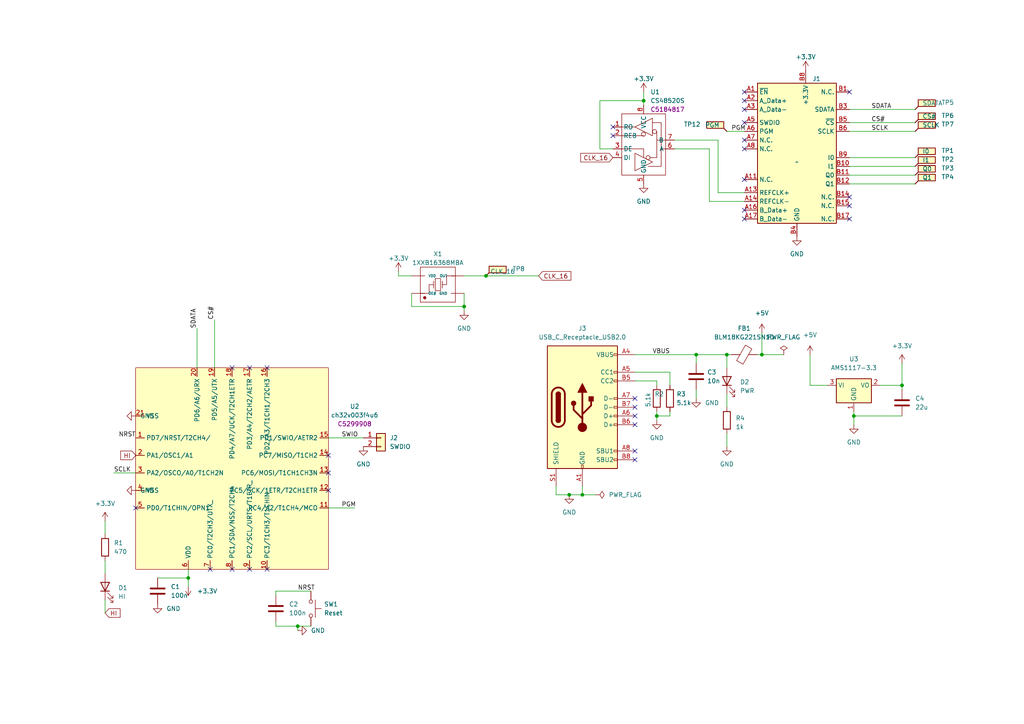
<source format=kicad_sch>
(kicad_sch (version 20230121) (generator eeschema)
  (paper "A4")
  (lib_symbols
    (symbol "Connector:TestPoint_Flag" (pin_numbers hide) (pin_names (offset 0.762) hide)
      (property "Reference" "TP" (at 3.429 1.778 0))
      (property "Value" "TestPoint_Flag" (at 3.302 4.191 0))
      (symbol "TestPoint_Flag_0_1"
        (polyline (pts (xy 0 0) (xy 0.889 0.889)) (stroke (width 0.254)))
        (rectangle (start 0.889 2.794) (end 5.842 0.889) (stroke (width 0.254)) (fill (type background)))
      )
      (symbol "TestPoint_Flag_1_1"
        (pin passive line (at 0 0 90) (length 0) (name "1") (number "1"))
      )
    )
    (symbol "Connector:USB_C_Receptacle_USB2.0" (pin_names (offset 1.016))
      (property "Reference" "J" (at -10.16 19.05 0))
      (property "Value" "USB_C_Receptacle_USB2.0" (at 19.05 19.05 0))
      (symbol "USB_C_Receptacle_USB2.0_0_0"
        (rectangle (start -0.254 -17.78) (end 0.254 -16.764))
        (rectangle (start 10.16 -14.986) (end 9.144 -15.494))
        (rectangle (start 10.16 -12.446) (end 9.144 -12.954))
        (rectangle (start 10.16 -4.826) (end 9.144 -5.334))
        (rectangle (start 10.16 -2.286) (end 9.144 -2.794))
        (rectangle (start 10.16 0.254) (end 9.144 -0.254))
        (rectangle (start 10.16 2.794) (end 9.144 2.286))
        (rectangle (start 10.16 7.874) (end 9.144 7.366))
        (rectangle (start 10.16 10.414) (end 9.144 9.906))
        (rectangle (start 10.16 15.494) (end 9.144 14.986))
      )
      (symbol "USB_C_Receptacle_USB2.0_0_1"
        (rectangle (start -10.16 17.78) (end 10.16 -17.78) (stroke (width 0.254)) (fill (type background)))
        (arc (start -8.89 -3.81) (mid -6.985 -5.7067) (end -5.08 -3.81) (stroke (width 0.508)))
        (arc (start -7.62 -3.81) (mid -6.985 -4.4423) (end -6.35 -3.81) (stroke (width 0.254)))
        (arc (start -7.62 -3.81) (mid -6.985 -4.4423) (end -6.35 -3.81) (stroke (width 0.254)) (fill (type outline)))
        (rectangle (start -7.62 -3.81) (end -6.35 3.81) (stroke (width 0.254)) (fill (type outline)))
        (arc (start -6.35 3.81) (mid -6.985 4.4423) (end -7.62 3.81) (stroke (width 0.254)))
        (arc (start -6.35 3.81) (mid -6.985 4.4423) (end -7.62 3.81) (stroke (width 0.254)) (fill (type outline)))
        (arc (start -5.08 3.81) (mid -6.985 5.7067) (end -8.89 3.81) (stroke (width 0.508)))
        (circle (center -2.54 1.143) (radius 0.635) (stroke (width 0.254)) (fill (type outline)))
        (circle (center 0 -5.842) (radius 1.27) (fill (type outline)))
        (polyline (pts (xy -8.89 -3.81) (xy -8.89 3.81)) (stroke (width 0.508)))
        (polyline (pts (xy -5.08 3.81) (xy -5.08 -3.81)) (stroke (width 0.508)))
        (polyline (pts (xy 0 -5.842) (xy 0 4.318)) (stroke (width 0.508)))
        (polyline (pts (xy 0 -3.302) (xy -2.54 -0.762) (xy -2.54 0.508)) (stroke (width 0.508)))
        (polyline (pts (xy 0 -2.032) (xy 2.54 0.508) (xy 2.54 1.778)) (stroke (width 0.508)))
        (polyline (pts (xy -1.27 4.318) (xy 0 6.858) (xy 1.27 4.318) (xy -1.27 4.318)) (stroke (width 0.254)) (fill (type outline)))
        (rectangle (start 1.905 1.778) (end 3.175 3.048) (stroke (width 0.254)) (fill (type outline)))
      )
      (symbol "USB_C_Receptacle_USB2.0_1_1"
        (pin passive line (at 0 -22.86 90) (length 5.08) (name "GND") (number "A1"))
        (pin passive line (at 0 -22.86 90) (length 5.08) hide (name "GND") (number "A12"))
        (pin passive line (at 15.24 15.24 180) (length 5.08) (name "VBUS") (number "A4"))
        (pin bidirectional line (at 15.24 10.16 180) (length 5.08) (name "CC1") (number "A5"))
        (pin bidirectional line (at 15.24 -2.54 180) (length 5.08) (name "D+") (number "A6"))
        (pin bidirectional line (at 15.24 2.54 180) (length 5.08) (name "D-") (number "A7"))
        (pin bidirectional line (at 15.24 -12.7 180) (length 5.08) (name "SBU1") (number "A8"))
        (pin passive line (at 15.24 15.24 180) (length 5.08) hide (name "VBUS") (number "A9"))
        (pin passive line (at 0 -22.86 90) (length 5.08) hide (name "GND") (number "B1"))
        (pin passive line (at 0 -22.86 90) (length 5.08) hide (name "GND") (number "B12"))
        (pin passive line (at 15.24 15.24 180) (length 5.08) hide (name "VBUS") (number "B4"))
        (pin bidirectional line (at 15.24 7.62 180) (length 5.08) (name "CC2") (number "B5"))
        (pin bidirectional line (at 15.24 -5.08 180) (length 5.08) (name "D+") (number "B6"))
        (pin bidirectional line (at 15.24 0 180) (length 5.08) (name "D-") (number "B7"))
        (pin bidirectional line (at 15.24 -15.24 180) (length 5.08) (name "SBU2") (number "B8"))
        (pin passive line (at 15.24 15.24 180) (length 5.08) hide (name "VBUS") (number "B9"))
        (pin passive line (at -7.62 -22.86 90) (length 5.08) (name "SHIELD") (number "S1"))
      )
    )
    (symbol "Connector_Generic:Conn_01x02" (pin_names (offset 1.016) hide)
      (property "Reference" "J" (at 0 2.54 0))
      (property "Value" "Conn_01x02" (at 0 -5.08 0))
      (symbol "Conn_01x02_1_1"
        (rectangle (start -1.27 -2.413) (end 0 -2.667) (stroke (width 0.1524)))
        (rectangle (start -1.27 0.127) (end 0 -0.127) (stroke (width 0.1524)))
        (rectangle (start -1.27 1.27) (end 1.27 -3.81) (stroke (width 0.254)) (fill (type background)))
        (pin passive line (at -5.08 0 0) (length 3.81) (name "Pin_1") (number "1"))
        (pin passive line (at -5.08 -2.54 0) (length 3.81) (name "Pin_2") (number "2"))
      )
    )
    (symbol "Device:C" (pin_numbers hide) (pin_names (offset 0.254))
      (property "Reference" "C" (at 0.635 2.54 0))
      (property "Value" "C" (at 0.635 -2.54 0))
      (symbol "C_0_1"
        (polyline (pts (xy -2.032 -0.762) (xy 2.032 -0.762)) (stroke (width 0.508)))
        (polyline (pts (xy -2.032 0.762) (xy 2.032 0.762)) (stroke (width 0.508)))
      )
      (symbol "C_1_1"
        (pin passive line (at 0 3.81 270) (length 2.794) (name "~") (number "1"))
        (pin passive line (at 0 -3.81 90) (length 2.794) (name "~") (number "2"))
      )
    )
    (symbol "Device:FerriteBead" (pin_numbers hide) (pin_names (offset 0))
      (property "Reference" "FB" (at -3.81 0.635 90))
      (property "Value" "FerriteBead" (at 3.81 0 90))
      (symbol "FerriteBead_0_1"
        (polyline (pts (xy 0 -1.27) (xy 0 -1.2192)))
        (polyline (pts (xy 0 1.27) (xy 0 1.2954)))
        (polyline (pts (xy -2.7686 0.4064) (xy -1.7018 2.2606) (xy 2.7686 -0.3048) (xy 1.6764 -2.159) (xy -2.7686 0.4064)))
      )
      (symbol "FerriteBead_1_1"
        (pin passive line (at 0 3.81 270) (length 2.54) (name "~") (number "1"))
        (pin passive line (at 0 -3.81 90) (length 2.54) (name "~") (number "2"))
      )
    )
    (symbol "Device:LED" (pin_numbers hide) (pin_names (offset 1.016) hide)
      (property "Reference" "D" (at 0 2.54 0))
      (property "Value" "LED" (at 0 -2.54 0))
      (symbol "LED_0_1"
        (polyline (pts (xy -1.27 -1.27) (xy -1.27 1.27)) (stroke (width 0.254)))
        (polyline (pts (xy -1.27 0) (xy 1.27 0)))
        (polyline (pts (xy 1.27 -1.27) (xy 1.27 1.27) (xy -1.27 0) (xy 1.27 -1.27)) (stroke (width 0.254)))
        (polyline (pts (xy -3.048 -0.762) (xy -4.572 -2.286) (xy -3.81 -2.286) (xy -4.572 -2.286) (xy -4.572 -1.524)))
        (polyline (pts (xy -1.778 -0.762) (xy -3.302 -2.286) (xy -2.54 -2.286) (xy -3.302 -2.286) (xy -3.302 -1.524)))
      )
      (symbol "LED_1_1"
        (pin passive line (at -3.81 0 0) (length 2.54) (name "K") (number "1"))
        (pin passive line (at 3.81 0 180) (length 2.54) (name "A") (number "2"))
      )
    )
    (symbol "Device:R" (pin_numbers hide) (pin_names (offset 0))
      (property "Reference" "R" (at 2.032 0 90))
      (property "Value" "R" (at 0 0 90))
      (symbol "R_0_1"
        (rectangle (start -1.016 -2.54) (end 1.016 2.54) (stroke (width 0.254)))
      )
      (symbol "R_1_1"
        (pin passive line (at 0 3.81 270) (length 1.27) (name "~") (number "1"))
        (pin passive line (at 0 -3.81 90) (length 1.27) (name "~") (number "2"))
      )
    )
    (symbol "Regulator_Linear:AMS1117-3.3"
      (property "Reference" "U" (at -3.81 3.175 0))
      (property "Value" "AMS1117-3.3" (at 0 3.175 0))
      (symbol "AMS1117-3.3_0_1"
        (rectangle (start -5.08 -5.08) (end 5.08 1.905) (stroke (width 0.254)) (fill (type background)))
      )
      (symbol "AMS1117-3.3_1_1"
        (pin power_in line (at 0 -7.62 90) (length 2.54) (name "GND") (number "1"))
        (pin power_out line (at 7.62 0 180) (length 2.54) (name "VO") (number "2"))
        (pin power_in line (at -7.62 0 0) (length 2.54) (name "VI") (number "3"))
      )
    )
    (symbol "Switch:SW_Push" (pin_numbers hide) (pin_names (offset 1.016) hide)
      (property "Reference" "SW" (at 1.27 2.54 0))
      (property "Value" "SW_Push" (at 0 -1.524 0))
      (symbol "SW_Push_0_1"
        (circle (center -2.032 0) (radius 0.508))
        (polyline (pts (xy 0 1.27) (xy 0 3.048)))
        (polyline (pts (xy 2.54 1.27) (xy -2.54 1.27)))
        (circle (center 2.032 0) (radius 0.508))
        (pin passive line (at -5.08 0 0) (length 2.54) (name "1") (number "1"))
        (pin passive line (at 5.08 0 180) (length 2.54) (name "2") (number "2"))
      )
    )
    (symbol "baseboard:1XXB16368MBA" (pin_numbers hide) (pin_names (offset 1.016))
      (property "Reference" "X" (at 0 7.62 0))
      (property "Value" "1XXB16368MBA" (at 0 12.7 0))
      (symbol "1XXB16368MBA_1_1"
        (rectangle (start -5.08 5.08) (end 5.08 -5.08) (stroke (width 0.1524)))
        (circle (center -3.81 -3.81) (radius 0.381) (stroke (width 0.1524)) (fill (type outline)))
        (polyline (pts (xy -1.27 -1.016) (xy -1.27 1.016)) (stroke (width 0.1524)))
        (polyline (pts (xy 0.762 -1.778) (xy -0.762 -1.778)) (stroke (width 0.1524)))
        (polyline (pts (xy 1.27 -1.016) (xy 1.27 1.016)) (stroke (width 0.1524)))
        (polyline (pts (xy -5.08 -2.54) (xy -2.54 -2.54) (xy -2.54 0) (xy -1.27 0)) (stroke (width 0.1524)))
        (polyline (pts (xy -0.762 -1.778) (xy -0.762 1.778) (xy 0.762 1.778) (xy 0.762 -1.778)) (stroke (width 0.1524)))
        (polyline (pts (xy 5.08 2.54) (xy 2.54 2.54) (xy 2.54 0) (xy 1.27 0)) (stroke (width 0.1524)))
        (pin input line (at -7.62 -2.54 0) (length 3.81) (name "OE#") (number "1"))
        (pin input line (at 7.62 -2.54 180) (length 3.81) (name "GND") (number "2"))
        (pin input line (at 7.62 2.54 180) (length 3.81) (name "OUT") (number "3"))
        (pin input line (at -7.62 2.54 0) (length 3.81) (name "VDD") (number "4"))
      )
    )
    (symbol "power:+3.3V" (power) (pin_names (offset 0))
      (property "Value" "+3.3V" (at 0 3.556 0))
      (symbol "+3.3V_0_1"
        (polyline (pts (xy -0.762 1.27) (xy 0 2.54)))
        (polyline (pts (xy 0 0) (xy 0 2.54)))
        (polyline (pts (xy 0 2.54) (xy 0.762 1.27)))
      )
      (symbol "+3.3V_1_1"
        (pin power_in line (at 0 0 90) (length 0) hide (name "+3.3V") (number "1"))
      )
    )
    (symbol "power:+5V" (power) (pin_names (offset 0))
      (property "Value" "+5V" (at 0 3.556 0))
      (symbol "+5V_0_1"
        (polyline (pts (xy -0.762 1.27) (xy 0 2.54)))
        (polyline (pts (xy 0 0) (xy 0 2.54)))
        (polyline (pts (xy 0 2.54) (xy 0.762 1.27)))
      )
      (symbol "+5V_1_1"
        (pin power_in line (at 0 0 90) (length 0) hide (name "+5V") (number "1"))
      )
    )
    (symbol "power:GND" (power) (pin_names (offset 0))
      (property "Value" "GND" (at 0 -3.81 0))
      (symbol "GND_0_1"
        (polyline (pts (xy 0 0) (xy 0 -1.27) (xy 1.27 -1.27) (xy 0 -2.54) (xy -1.27 -1.27) (xy 0 -1.27)))
      )
      (symbol "GND_1_1"
        (pin power_in line (at 0 0 270) (length 0) hide (name "GND") (number "1"))
      )
    )
    (symbol "power:PWR_FLAG" (power) (pin_numbers hide) (pin_names (offset 0) hide)
      (property "Value" "PWR_FLAG" (at 0 3.81 0))
      (symbol "PWR_FLAG_0_0"
        (pin power_out line (at 0 0 90) (length 0) (name "pwr") (number "1"))
      )
      (symbol "PWR_FLAG_0_1"
        (polyline (pts (xy 0 0) (xy 0 1.27) (xy -1.016 1.905) (xy 0 2.54) (xy 1.016 1.905) (xy 0 1.27)))
      )
    )
    (symbol "ripple:ch32v003f4u6"
      (property "Reference" "U" (at -11.43 -3.81 0))
      (property "Value" "ch32v003f4u6" (at 19.05 -25.4 0))
      (symbol "ch32v003f4u6_0_1"
        (rectangle (start -27.94 30.48) (end 27.94 -27.94) (fill (type background)))
      )
      (symbol "ch32v003f4u6_1_1"
        (pin bidirectional line (at -27.94 10.16 0) (length 2.54) (name "PD7/NRST/T2CH4/") (number "1"))
        (pin bidirectional line (at 10.16 -27.94 90) (length 2.54) (name "PC3/T1CH3/T1CHIN") (number "10"))
        (pin bidirectional line (at 27.94 -10.16 180) (length 2.54) (name "PC4/A2/T1CH4/MCO") (number "11"))
        (pin bidirectional line (at 27.94 -5.08 180) (length 2.54) (name "PC5/SCK/1ETR/T2CH1ETR") (number "12"))
        (pin bidirectional line (at 27.94 0 180) (length 2.54) (name "PC6/MOSI/T1CH1CH3N") (number "13"))
        (pin bidirectional line (at 27.94 5.08 180) (length 2.54) (name "PC7/MISO/T1CH2") (number "14"))
        (pin bidirectional line (at 27.94 10.16 180) (length 2.54) (name "PD1/SWIO/AETR2") (number "15"))
        (pin bidirectional line (at 10.16 30.48 270) (length 2.54) (name "PD2/A3/T1CH1/T2CH3") (number "16"))
        (pin bidirectional line (at 5.08 30.48 270) (length 2.54) (name "PD3/A4/T2CH2/AETR") (number "17"))
        (pin bidirectional line (at 0 30.48 270) (length 2.54) (name "PD4/A7/UCK/T2CH1ETR") (number "18"))
        (pin bidirectional line (at -5.08 30.48 270) (length 2.54) (name "PD5/A5/UTX") (number "19"))
        (pin bidirectional line (at -27.94 5.08 0) (length 2.54) (name "PA1/OSC1/A1") (number "2"))
        (pin bidirectional line (at -10.16 30.48 270) (length 2.54) (name "PD6/A6/URX") (number "20"))
        (pin power_in line (at -27.94 16.51 0) (length 2.54) (name "VSS") (number "21"))
        (pin bidirectional line (at -27.94 0 0) (length 2.54) (name "PA2/OSCO/A0/T1CH2N") (number "3"))
        (pin power_in line (at -27.94 -5.08 0) (length 2.54) (name "VSS") (number "4"))
        (pin bidirectional line (at -27.94 -10.16 0) (length 2.54) (name "PD0/T1CHIN/OPN1") (number "5"))
        (pin power_in line (at -12.7 -27.94 90) (length 2.54) (name "VDD") (number "6"))
        (pin bidirectional line (at -6.35 -27.94 90) (length 2.54) (name "PC0/T2CH3/UTX_") (number "7"))
        (pin bidirectional line (at 0 -27.94 90) (length 2.54) (name "PC1/SDA/NSS/T2CH4") (number "8"))
        (pin bidirectional line (at 5.08 -27.94 90) (length 2.54) (name "PC2/SCL/URTS/T1ETR_") (number "9"))
      )
    )
    (symbol "tart:CS48520S"
      (property "Reference" "U" (at -3.81 7.62 0))
      (property "Value" "CS48520S" (at 5.08 10.16 0))
      (property "LCSC" "C5184817" (at -7.62 -11.43 0))
      (symbol "CS48520S_0_1"
        (rectangle (start -6.35 8.89) (end 6.35 -8.89))
        (polyline (pts (xy 2.54 -5.08) (xy -2.54 -2.54) (xy -2.54 -7.62) (xy 2.54 -5.08)))
      )
      (symbol "CS48520S_1_1"
        (circle (center -0.0415 2.9931) (radius 0.5843))
        (polyline (pts (xy -6.35 2.54) (xy 0 2.54)))
        (polyline (pts (xy -2.54 5.08) (xy -6.35 5.08)))
        (polyline (pts (xy -6.35 -1.27) (xy 0 -1.27) (xy 0 -3.81)))
        (polyline (pts (xy 3.81 1.27) (xy 3.81 -3.81) (xy 1.8291 -3.8245)))
        (polyline (pts (xy 5.08 -1.27) (xy 5.08 6.35) (xy 2.54 6.35)))
        (polyline (pts (xy 6.35 1.27) (xy 3.81 1.27) (xy 3.81 3.81)))
        (polyline (pts (xy 2.54 7.62) (xy -2.54 5.08) (xy 2.54 2.54) (xy 2.54 7.62)))
        (polyline (pts (xy 6.35 -1.27) (xy 5.08 -1.27) (xy 5.08 -6.35) (xy 1.27 -6.35)))
        (circle (center 1.27 -3.81) (radius 0.5843))
        (circle (center 3.1594 3.7414) (radius 0.5843))
        (pin output line (at -8.89 5.08 0) (length 2.54) (name "RO") (number "1"))
        (pin output line (at -8.89 2.54 0) (length 2.54) (name "REB") (number "2"))
        (pin input line (at -8.89 -1.27 0) (length 2.54) (name "DE") (number "3"))
        (pin input line (at -8.89 -3.81 0) (length 2.54) (name "DI") (number "4"))
        (pin power_in line (at 0 -11.43 90) (length 2.54) (name "GND") (number "5"))
        (pin output line (at 8.89 -1.27 180) (length 2.54) (name "A") (number "6"))
        (pin output line (at 8.89 1.27 180) (length 2.54) (name "B") (number "7"))
        (pin power_in line (at 0 11.43 270) (length 2.54) (name "VCC") (number "8"))
      )
    )
    (symbol "tart:TART-PCIe_Socket"
      (property "Reference" "J" (at 0 0 0))
      (symbol "TART-PCIe_Socket_0_1"
        (rectangle (start -11.43 22.86) (end 11.43 -17.78) (stroke (width 0.254)) (fill (type background)))
      )
      (symbol "TART-PCIe_Socket_1_1"
        (pin passive line (at -15.24 20.32 0) (length 3.81) (name "~{EN}") (number "A1"))
        (pin passive line (at 2.54 26.67 270) (length 3.81) hide (name "+3.3V") (number "A10"))
        (pin input line (at -15.24 -5.08 0) (length 3.81) (name "N.C.") (number "A11"))
        (pin passive line (at 0 -21.59 90) (length 3.81) hide (name "GND") (number "A12"))
        (pin input line (at -15.24 -8.89 0) (length 3.81) (name "REFCLK+") (number "A13"))
        (pin input line (at -15.24 -11.43 0) (length 3.81) (name "REFCLK-") (number "A14"))
        (pin passive line (at 0 -21.59 90) (length 3.81) hide (name "GND") (number "A15"))
        (pin output line (at -15.24 -13.97 0) (length 3.81) (name "B_Data+") (number "A16"))
        (pin output line (at -15.24 -16.51 0) (length 3.81) (name "B_Data-") (number "A17"))
        (pin passive line (at 0 -21.59 90) (length 3.81) hide (name "GND") (number "A18"))
        (pin output line (at -15.24 17.78 0) (length 3.81) (name "A_Data+") (number "A2"))
        (pin output line (at -15.24 15.24 0) (length 3.81) (name "A_Data-") (number "A3"))
        (pin passive line (at 0 -21.59 90) (length 3.81) hide (name "GND") (number "A4"))
        (pin input line (at -15.24 11.43 0) (length 3.81) (name "SWDIO") (number "A5"))
        (pin input line (at -15.24 8.89 0) (length 3.81) (name "PGM") (number "A6"))
        (pin output line (at -15.24 6.35 0) (length 3.81) (name "N.C.") (number "A7"))
        (pin input line (at -15.24 3.81 0) (length 3.81) (name "N.C.") (number "A8"))
        (pin passive line (at 2.54 26.67 270) (length 3.81) hide (name "+3.3V") (number "A9"))
        (pin passive line (at 15.24 20.32 180) (length 3.81) (name "N.C.") (number "B1"))
        (pin passive line (at 15.24 -1.27 180) (length 3.81) (name "I1") (number "B10"))
        (pin open_collector line (at 15.24 -3.81 180) (length 3.81) (name "Q0") (number "B11"))
        (pin passive line (at 15.24 -6.35 180) (length 3.81) (name "Q1") (number "B12"))
        (pin passive line (at 0 -21.59 90) (length 3.81) hide (name "GND") (number "B13"))
        (pin passive line (at 15.24 -10.16 180) (length 3.81) (name "N.C.") (number "B14"))
        (pin passive line (at 15.24 -12.7 180) (length 3.81) (name "N.C.") (number "B15"))
        (pin passive line (at 0 -21.59 90) (length 3.81) hide (name "GND") (number "B16"))
        (pin passive line (at 15.24 -16.51 180) (length 3.81) (name "N.C.") (number "B17"))
        (pin passive line (at 0 -21.59 90) (length 3.81) hide (name "GND") (number "B18"))
        (pin passive line (at 15.24 17.78 180) (length 3.81) hide (name "N.C.") (number "B2"))
        (pin input line (at 15.24 15.24 180) (length 3.81) (name "SDATA") (number "B3"))
        (pin power_in line (at 0 -21.59 90) (length 3.81) (name "GND") (number "B4"))
        (pin input line (at 15.24 11.43 180) (length 3.81) (name "~{CS}") (number "B5"))
        (pin input line (at 15.24 8.89 180) (length 3.81) (name "SCLK") (number "B6"))
        (pin passive line (at 0 -21.59 90) (length 3.81) hide (name "GND") (number "B7"))
        (pin power_in line (at 2.54 26.67 270) (length 3.81) (name "+3.3V") (number "B8"))
        (pin output line (at 15.24 1.27 180) (length 3.81) (name "I0") (number "B9"))
      )
    )
  )
  (junction (at 86.36 181.61))
  (junction (at 165.1 143.51))
  (junction (at 261.62 111.76))
  (junction (at 54.61 167.64))
  (junction (at 134.62 88.9))
  (junction (at 168.91 143.51))
  (junction (at 186.69 29.21))
  (junction (at 201.93 102.87))
  (junction (at 247.65 120.65))
  (junction (at 190.5 120.65))
  (junction (at 220.98 102.87))
  (junction (at 140.97 80.01))
  (junction (at 210.82 102.87))
  (no_connect (at 39.37 147.32))
  (no_connect (at 67.31 106.68))
  (no_connect (at 72.39 106.68))
  (no_connect (at 95.25 137.16))
  (no_connect (at 77.47 165.1))
  (no_connect (at 177.8 36.83))
  (no_connect (at 72.39 165.1))
  (no_connect (at 184.15 130.81))
  (no_connect (at 67.31 165.1))
  (no_connect (at 215.9 43.18))
  (no_connect (at 246.38 63.5))
  (no_connect (at 60.96 165.1))
  (no_connect (at 215.9 63.5))
  (no_connect (at 215.9 60.96))
  (no_connect (at 95.25 132.08))
  (no_connect (at 246.38 59.69))
  (no_connect (at 177.8 39.37))
  (no_connect (at 184.15 118.11))
  (no_connect (at 215.9 29.21))
  (no_connect (at 215.9 31.75))
  (no_connect (at 215.9 26.67))
  (no_connect (at 184.15 133.35))
  (no_connect (at 77.47 106.68))
  (no_connect (at 215.9 52.07))
  (no_connect (at 215.9 40.64))
  (no_connect (at 215.9 35.56))
  (no_connect (at 184.15 123.19))
  (no_connect (at 184.15 115.57))
  (no_connect (at 246.38 26.67))
  (no_connect (at 95.25 142.24))
  (no_connect (at 184.15 120.65))
  (no_connect (at 246.38 57.15))
  (wire (pts (xy 86.36 181.61) (xy 80.01 181.61)))
  (wire (pts (xy 265.43 45.72) (xy 246.38 45.72)))
  (wire (pts (xy 115.57 80.01) (xy 115.57 78.74)))
  (wire (pts (xy 247.65 119.38) (xy 247.65 120.65)))
  (wire (pts (xy 190.5 111.76) (xy 190.5 110.49)))
  (wire (pts (xy 265.43 35.56) (xy 246.38 35.56)))
  (wire (pts (xy 86.36 181.61) (xy 86.36 182.88)))
  (wire (pts (xy 165.1 143.51) (xy 168.91 143.51)))
  (wire (pts (xy 54.61 165.1) (xy 54.61 167.64)))
  (wire (pts (xy 80.01 172.72) (xy 80.01 171.45)))
  (wire (pts (xy 184.15 102.87) (xy 201.93 102.87)))
  (wire (pts (xy 119.38 80.01) (xy 115.57 80.01)))
  (wire (pts (xy 190.5 120.65) (xy 190.5 121.92)))
  (wire (pts (xy 195.58 40.64) (xy 208.28 40.64)))
  (wire (pts (xy 220.98 102.87) (xy 227.33 102.87)))
  (wire (pts (xy 194.31 120.65) (xy 190.5 120.65)))
  (wire (pts (xy 265.43 38.1) (xy 246.38 38.1)))
  (wire (pts (xy 265.43 53.34) (xy 246.38 53.34)))
  (wire (pts (xy 80.01 171.45) (xy 90.17 171.45)))
  (wire (pts (xy 177.8 43.18) (xy 173.99 43.18)))
  (wire (pts (xy 161.29 143.51) (xy 165.1 143.51)))
  (wire (pts (xy 173.99 29.21) (xy 186.69 29.21)))
  (wire (pts (xy 168.91 140.97) (xy 168.91 143.51)))
  (wire (pts (xy 168.91 143.51) (xy 172.72 143.51)))
  (wire (pts (xy 62.23 92.71) (xy 62.23 106.68)))
  (wire (pts (xy 30.48 151.13) (xy 30.48 154.94)))
  (wire (pts (xy 219.71 102.87) (xy 220.98 102.87)))
  (wire (pts (xy 255.27 111.76) (xy 261.62 111.76)))
  (wire (pts (xy 186.69 29.21) (xy 186.69 30.48)))
  (wire (pts (xy 265.43 31.75) (xy 246.38 31.75)))
  (wire (pts (xy 57.15 95.25) (xy 57.15 106.68)))
  (wire (pts (xy 119.38 88.9) (xy 134.62 88.9)))
  (wire (pts (xy 261.62 111.76) (xy 261.62 105.41)))
  (wire (pts (xy 208.28 40.64) (xy 208.28 55.88)))
  (wire (pts (xy 234.95 102.87) (xy 234.95 111.76)))
  (wire (pts (xy 265.43 48.26) (xy 246.38 48.26)))
  (wire (pts (xy 161.29 140.97) (xy 161.29 143.51)))
  (wire (pts (xy 215.9 58.42) (xy 205.74 58.42)))
  (wire (pts (xy 208.28 55.88) (xy 215.9 55.88)))
  (wire (pts (xy 173.99 43.18) (xy 173.99 29.21)))
  (wire (pts (xy 54.61 167.64) (xy 54.61 170.18)))
  (wire (pts (xy 90.17 181.61) (xy 86.36 181.61)))
  (wire (pts (xy 247.65 120.65) (xy 247.65 123.19)))
  (wire (pts (xy 194.31 119.38) (xy 194.31 120.65)))
  (wire (pts (xy 190.5 110.49) (xy 184.15 110.49)))
  (wire (pts (xy 184.15 107.95) (xy 194.31 107.95)))
  (wire (pts (xy 265.43 50.8) (xy 246.38 50.8)))
  (wire (pts (xy 134.62 85.09) (xy 134.62 88.9)))
  (wire (pts (xy 201.93 113.03) (xy 201.93 115.57)))
  (wire (pts (xy 190.5 119.38) (xy 190.5 120.65)))
  (wire (pts (xy 220.98 96.52) (xy 220.98 102.87)))
  (wire (pts (xy 210.82 125.73) (xy 210.82 129.54)))
  (wire (pts (xy 201.93 102.87) (xy 201.93 105.41)))
  (wire (pts (xy 210.82 102.87) (xy 210.82 106.68)))
  (wire (pts (xy 33.02 137.16) (xy 39.37 137.16)))
  (wire (pts (xy 234.95 111.76) (xy 240.03 111.76)))
  (wire (pts (xy 261.62 111.76) (xy 261.62 113.03)))
  (wire (pts (xy 95.25 127) (xy 105.41 127)))
  (wire (pts (xy 194.31 111.76) (xy 194.31 107.95)))
  (wire (pts (xy 156.21 80.01) (xy 140.97 80.01)))
  (wire (pts (xy 134.62 88.9) (xy 134.62 90.17)))
  (wire (pts (xy 210.82 114.3) (xy 210.82 118.11)))
  (wire (pts (xy 30.48 173.99) (xy 30.48 177.8)))
  (wire (pts (xy 210.82 102.87) (xy 212.09 102.87)))
  (wire (pts (xy 80.01 181.61) (xy 80.01 180.34)))
  (wire (pts (xy 45.72 167.64) (xy 54.61 167.64)))
  (wire (pts (xy 30.48 162.56) (xy 30.48 166.37)))
  (wire (pts (xy 210.82 38.1) (xy 215.9 38.1)))
  (wire (pts (xy 140.97 80.01) (xy 134.62 80.01)))
  (wire (pts (xy 95.25 147.32) (xy 102.87 147.32)))
  (wire (pts (xy 186.69 26.67) (xy 186.69 29.21)))
  (wire (pts (xy 205.74 43.18) (xy 195.58 43.18)))
  (wire (pts (xy 119.38 85.09) (xy 119.38 88.9)))
  (wire (pts (xy 247.65 120.65) (xy 261.62 120.65)))
  (wire (pts (xy 205.74 58.42) (xy 205.74 43.18)))
  (wire (pts (xy 201.93 102.87) (xy 210.82 102.87)))
  (label "NRST" (at 39.37 127 180))
  (label "SWIO" (at 99.06 127 0))
  (label "PGM" (at 99.06 147.32 0))
  (label "SDATA" (at 57.15 95.25 90))
  (label "SCLK" (at 33.02 137.16 0))
  (label "SDATA" (at 252.73 31.75 0))
  (label "NRST" (at 86.36 171.45 0))
  (label "CS#" (at 252.73 35.56 0))
  (label "VBUS" (at 189.23 102.87 0))
  (label "CS#" (at 62.23 92.71 90))
  (label "SCLK" (at 252.73 38.1 0))
  (label "PGM" (at 212.09 38.1 0))
  (global_label "CLK_16" (shape input) (at 177.8 45.72 180) (property "Intersheetrefs" "${INTERSHEET_REFS}" (effects hide)))
  (global_label "CLK_16" (shape input) (at 156.21 80.01 0) (property "Intersheetrefs" "${INTERSHEET_REFS}" (effects hide)))
  (global_label "HI" (shape input) (at 30.48 177.8 0) (property "Intersheetrefs" "${INTERSHEET_REFS}" (effects hide)))
  (global_label "HI" (shape input) (at 39.37 132.08 180) (property "Intersheetrefs" "${INTERSHEET_REFS}" (effects hide)))
  (symbol (lib_id "Device:R") (at 190.5 115.57 0) (unit 1)
    (property "Reference" "R2" (at 189.865 114.2999 0) (effects (justify left)))
    (property "Value" "5.1k" (at 187.96 118.11 90) (effects (justify left)))
    (property "Footprint" "Resistor_SMD:R_0603_1608Metric" (effects hide))
    (property "LCSC" "C23186" (effects hide))
  )
  (symbol (lib_id "power:+3.3V") (at 115.57 78.74 0) (unit 1)
    (property "Reference" "#PWR02" (effects hide))
    (property "Value" "+3.3V" (at 115.57 74.93 0))
  )
  (symbol (lib_id "Connector:TestPoint_Flag") (at 265.43 35.56 0) (unit 1)
    (property "Reference" "TP6" (at 273.05 33.528 0) (effects (justify left)))
    (property "Value" "CS#" (at 267.5493 33.7323 0) (effects (justify left)))
    (property "Footprint" "TestPoint:TestPoint_THTPad_D1.0mm_Drill0.5mm" (effects hide))
  )
  (symbol (lib_id "power:+5V") (at 234.95 102.87 0) (unit 1)
    (property "Reference" "#PWR019" (effects hide))
    (property "Value" "+5V" (at 234.95 97.155 0))
  )
  (symbol (lib_id "Device:LED") (at 30.48 170.18 90) (unit 1)
    (property "Reference" "D1" (at 34.29 170.4974 90) (effects (justify right)))
    (property "Value" "HI" (at 34.29 173.0374 90) (effects (justify right)))
    (property "Footprint" "Diode_SMD:D_0603_1608Metric" (effects hide))
    (property "LCSC" "C72043" (effects hide))
  )
  (symbol (lib_id "ripple:ch32v003f4u6") (at 67.31 137.16 0) (unit 1)
    (property "Reference" "U2" (at 102.87 117.8812 0))
    (property "Value" "ch32v003f4u6" (at 102.87 120.4212 0))
    (property "Footprint" "Package_DFN_QFN:QFN-20-1EP_3x3mm_P0.4mm_EP1.65x1.65mm" (effects hide))
    (property "LCSC" "C5299908" (at 102.87 122.9612 0))
  )
  (symbol (lib_id "power:GND") (at 210.82 129.54 0) (unit 1)
    (property "Reference" "#PWR017" (effects hide))
    (property "Value" "GND" (at 210.82 134.62 0))
    (property "JLCPCB" "C2296" (effects hide))
  )
  (symbol (lib_id "baseboard:1XXB16368MBA") (at 127 82.55 0) (unit 1)
    (property "Reference" "X1" (at 127 73.66 0))
    (property "Value" "1XXB16368MBA" (at 127 76.2 0))
    (property "Footprint" "baseboard_library:OSC-SMD_4P-L2.5-W2.0-BL" (effects hide))
    (property "Datasheet" "http://www.szlcsc.com/product/details_214330.html" (effects hide))
    (property "SuppliersPartNumber" "C213423" (effects hide))
  )
  (symbol (lib_id "power:+5V") (at 220.98 96.52 0) (unit 1)
    (property "Reference" "#PWR018" (effects hide))
    (property "Value" "+5V" (at 220.98 90.805 0))
  )
  (symbol (lib_id "Device:R") (at 30.48 158.75 0) (unit 1)
    (property "Reference" "R1" (at 33.02 157.4799 0) (effects (justify left)))
    (property "Value" "470" (at 33.02 160.0199 0) (effects (justify left)))
    (property "Footprint" "Resistor_SMD:R_0402_1005Metric" (effects hide))
    (property "LCSC" "C25900" (effects hide))
  )
  (symbol (lib_id "power:+3.3V") (at 186.69 26.67 0) (unit 1)
    (property "Reference" "#PWR022" (effects hide))
    (property "Value" "+3.3V" (at 186.69 22.86 0))
  )
  (symbol (lib_id "power:GND") (at 190.5 121.92 0) (unit 1)
    (property "Reference" "#PWR015" (effects hide))
    (property "Value" "GND" (at 190.5 127 0))
    (property "JLCPCB" "C2296" (effects hide))
  )
  (symbol (lib_id "Connector:TestPoint_Flag") (at 265.43 31.75 0) (unit 1)
    (property "Reference" "TP5" (at 273.05 29.718 0) (effects (justify left)))
    (property "Value" "SDATA" (at 267.5493 29.9223 0) (effects (justify left)))
    (property "Footprint" "TestPoint:TestPoint_THTPad_D1.0mm_Drill0.5mm" (effects hide))
  )
  (symbol (lib_id "power:GND") (at 39.37 120.65 270) (unit 1)
    (property "Reference" "#PWR08" (effects hide))
    (property "Value" "GND" (at 40.64 120.6499 90) (effects (justify left)))
    (property "JLCPCB" "C2296" (effects hide))
  )
  (symbol (lib_id "Device:C") (at 80.01 176.53 0) (unit 1)
    (property "Reference" "C2" (at 83.82 175.2599 0) (effects (justify left)))
    (property "Value" "100n" (at 83.82 177.7999 0) (effects (justify left)))
    (property "Footprint" "Capacitor_SMD:C_0402_1005Metric" (effects hide))
    (property "LCSC" "C1525" (effects hide))
  )
  (symbol (lib_id "power:GND") (at 231.14 68.58 0) (unit 1)
    (property "Reference" "#PWR05" (effects hide))
    (property "Value" "GND" (at 231.14 73.66 0))
    (property "JLCPCB" "C2296" (effects hide))
  )
  (symbol (lib_id "Switch:SW_Push") (at 90.17 176.53 270) (unit 1)
    (property "Reference" "SW1" (at 93.98 175.2599 90) (effects (justify left)))
    (property "Value" "Reset" (at 93.98 177.7999 90) (effects (justify left)))
    (property "Footprint" "ripple:1TS015A-1800-0600-CT" (effects hide))
    (property "LCSC" "C319436" (effects hide))
  )
  (symbol (lib_id "Device:C") (at 45.72 171.45 0) (unit 1)
    (property "Reference" "C1" (at 49.53 170.1799 0) (effects (justify left)))
    (property "Value" "100n" (at 49.53 172.7199 0) (effects (justify left)))
    (property "Footprint" "Capacitor_SMD:C_0402_1005Metric" (effects hide))
    (property "LCSC" "C1525" (effects hide))
  )
  (symbol (lib_id "Device:LED") (at 210.82 110.49 90) (unit 1)
    (property "Reference" "D2" (at 214.63 110.8074 90) (effects (justify right)))
    (property "Value" "PWR" (at 214.63 113.3474 90) (effects (justify right)))
    (property "Footprint" "Diode_SMD:D_0603_1608Metric" (effects hide))
    (property "LCSC" "C72043" (effects hide))
  )
  (symbol (lib_id "power:GND") (at 45.72 175.26 0) (unit 1)
    (property "Reference" "#PWR010" (effects hide))
    (property "Value" "GND" (at 48.26 176.5299 0) (effects (justify left)))
    (property "JLCPCB" "C2296" (effects hide))
  )
  (symbol (lib_id "Connector:TestPoint_Flag") (at 265.43 45.72 0) (unit 1)
    (property "Reference" "TP1" (at 273.05 43.688 0) (effects (justify left)))
    (property "Value" "I0" (at 267.5493 43.8923 0) (effects (justify left)))
    (property "Footprint" "TestPoint:TestPoint_THTPad_D1.0mm_Drill0.5mm" (effects hide))
  )
  (symbol (lib_id "Device:R") (at 194.31 115.57 0) (unit 1)
    (property "Reference" "R3" (at 196.215 114.2999 0) (effects (justify left)))
    (property "Value" "5.1k" (at 196.215 116.8399 0) (effects (justify left)))
    (property "Footprint" "Resistor_SMD:R_0603_1608Metric" (effects hide))
    (property "LCSC" "C23186" (effects hide))
  )
  (symbol (lib_id "power:GND") (at 247.65 123.19 0) (unit 1)
    (property "Reference" "#PWR020" (effects hide))
    (property "Value" "GND" (at 247.65 128.27 0))
    (property "JLCPCB" "C2296" (effects hide))
  )
  (symbol (lib_id "tart:CS48520S") (at 186.69 41.91 0) (unit 1)
    (property "Reference" "U1" (at 188.6459 26.67 0) (effects (justify left)))
    (property "Value" "CS48520S" (at 188.6459 29.21 0) (effects (justify left)))
    (property "Footprint" "Package_SO:SOIC-8_3.9x4.9mm_P1.27mm" (effects hide))
    (property "Datasheet" "http://e.chipanalog.com/product/cs48520s/" (effects hide))
    (property "LCSC" "C5184817" (at 188.6459 31.75 0) (effects (justify left)))
  )
  (symbol (lib_id "power:GND") (at 186.69 53.34 0) (unit 1)
    (property "Reference" "#PWR04" (effects hide))
    (property "Value" "GND" (at 186.69 58.42 0))
    (property "JLCPCB" "C2296" (effects hide))
  )
  (symbol (lib_id "Device:C") (at 201.93 109.22 0) (unit 1)
    (property "Reference" "C3" (at 205.105 107.9499 0) (effects (justify left)))
    (property "Value" "10n" (at 205.105 110.4899 0) (effects (justify left)))
    (property "Footprint" "Capacitor_SMD:C_0402_1005Metric" (effects hide))
    (property "LCSC" "C15195" (effects hide))
  )
  (symbol (lib_id "power:+3.3V") (at 30.48 151.13 0) (unit 1)
    (property "Reference" "#PWR07" (effects hide))
    (property "Value" "+3.3V" (at 30.48 146.05 0))
  )
  (symbol (lib_id "Connector:TestPoint_Flag") (at 265.43 53.34 0) (unit 1)
    (property "Reference" "TP4" (at 273.05 51.308 0) (effects (justify left)))
    (property "Value" "Q1" (at 267.5493 51.5123 0) (effects (justify left)))
    (property "Footprint" "TestPoint:TestPoint_THTPad_D1.0mm_Drill0.5mm" (effects hide))
  )
  (symbol (lib_id "Connector:TestPoint_Flag") (at 265.43 50.8 0) (unit 1)
    (property "Reference" "TP3" (at 273.05 48.768 0) (effects (justify left)))
    (property "Value" "Q0" (at 267.5493 48.9723 0) (effects (justify left)))
    (property "Footprint" "TestPoint:TestPoint_THTPad_D1.0mm_Drill0.5mm" (effects hide))
  )
  (symbol (lib_id "power:GND") (at 165.1 143.51 0) (unit 1)
    (property "Reference" "#PWR014" (effects hide))
    (property "Value" "GND" (at 165.1 148.59 0))
    (property "JLCPCB" "C2296" (effects hide))
  )
  (symbol (lib_id "power:+3.3V") (at 233.68 20.32 0) (unit 1)
    (property "Reference" "#PWR06" (effects hide))
    (property "Value" "+3.3V" (at 233.68 16.51 0))
  )
  (symbol (lib_id "power:GND") (at 39.37 142.24 270) (unit 1)
    (property "Reference" "#PWR09" (effects hide))
    (property "Value" "GND" (at 40.64 142.2399 90) (effects (justify left)))
    (property "JLCPCB" "C2296" (effects hide))
  )
  (symbol (lib_id "Connector:TestPoint_Flag") (at 265.43 38.1 0) (unit 1)
    (property "Reference" "TP7" (at 273.05 36.068 0) (effects (justify left)))
    (property "Value" "SCLK" (at 267.5493 36.2723 0) (effects (justify left)))
    (property "Footprint" "TestPoint:TestPoint_THTPad_D1.0mm_Drill0.5mm" (effects hide))
  )
  (symbol (lib_id "Device:FerriteBead") (at 215.9 102.87 90) (unit 1)
    (property "Reference" "FB1" (at 215.8492 95.25 90))
    (property "Value" "BLM18KG221SN1D" (at 215.8492 97.79 90))
    (property "Footprint" "Inductor_SMD:L_0603_1608Metric" (effects hide))
    (property "LCSC" "C88980" (effects hide))
  )
  (symbol (lib_id "Regulator_Linear:AMS1117-3.3") (at 247.65 111.76 0) (unit 1)
    (property "Reference" "U3" (at 247.65 104.14 0))
    (property "Value" "AMS1117-3.3" (at 247.65 106.68 0))
    (property "Footprint" "Package_TO_SOT_SMD:SOT-223-3_TabPin2" (effects hide))
    (property "Datasheet" "http://www.advanced-monolithic.com/pdf/ds1117.pdf" (effects hide))
    (property "LCSC" "C6186" (effects hide))
  )
  (symbol (lib_id "power:+3.3V") (at 261.62 105.41 0) (unit 1)
    (property "Reference" "#PWR021" (effects hide))
    (property "Value" "+3.3V" (at 261.62 100.33 0))
  )
  (symbol (lib_id "Connector:TestPoint_Flag") (at 140.97 80.01 0) (unit 1)
    (property "Reference" "TP8" (at 148.59 77.978 0) (effects (justify left)))
    (property "Value" "CLK_16" (at 142.24 78.74 0) (effects (justify left)))
    (property "Footprint" "TestPoint:TestPoint_THTPad_D1.0mm_Drill0.5mm" (effects hide))
  )
  (symbol (lib_id "power:GND") (at 105.41 129.54 0) (unit 1)
    (property "Reference" "#PWR013" (effects hide))
    (property "Value" "GND" (at 105.41 134.62 0))
    (property "JLCPCB" "C2296" (effects hide))
  )
  (symbol (lib_id "Device:C") (at 261.62 116.84 0) (unit 1)
    (property "Reference" "C4" (at 265.43 115.5699 0) (effects (justify left)))
    (property "Value" "22u" (at 265.43 118.1099 0) (effects (justify left)))
    (property "Footprint" "Capacitor_SMD:C_0603_1608Metric" (effects hide))
    (property "LCSC" "C59461" (effects hide))
  )
  (symbol (lib_id "tart:TART-PCIe_Socket") (at 231.14 46.99 0) (unit 1)
    (property "Reference" "J1" (at 235.6359 22.86 0) (effects (justify left)))
    (property "Value" "~" (at 231.14 46.99 0))
    (property "Footprint" "baseboard_library:CONN-TH_36P-P1.00-V_3183-10200P1T" (effects hide))
    (property "LCSC" "C404113" (effects hide))
  )
  (symbol (lib_id "Connector:TestPoint_Flag") (at 210.82 38.1 0) (mirror y) (unit 1)
    (property "Reference" "TP12" (at 203.2 36.068 0) (effects (justify left)))
    (property "Value" "PGM" (at 208.7007 36.2723 0) (effects (justify left)))
    (property "Footprint" "TestPoint:TestPoint_THTPad_D1.0mm_Drill0.5mm" (effects hide))
  )
  (symbol (lib_id "power:+3.3V") (at 54.61 170.18 180) (unit 1)
    (property "Reference" "#PWR011" (effects hide))
    (property "Value" "+3.3V" (at 57.15 171.4499 0) (effects (justify right)))
  )
  (symbol (lib_id "Device:R") (at 210.82 121.92 0) (unit 1)
    (property "Reference" "R4" (at 213.36 121.285 0) (effects (justify left)))
    (property "Value" "1k" (at 213.36 123.825 0) (effects (justify left)))
    (property "Footprint" "Resistor_SMD:R_0402_1005Metric" (effects hide))
  )
  (symbol (lib_id "power:GND") (at 201.93 115.57 0) (unit 1)
    (property "Reference" "#PWR016" (effects hide))
    (property "Value" "GND" (at 204.47 116.8399 0) (effects (justify left)))
    (property "JLCPCB" "C2296" (effects hide))
  )
  (symbol (lib_id "Connector:USB_C_Receptacle_USB2.0") (at 168.91 118.11 0) (unit 1)
    (property "Reference" "J3" (at 168.91 95.25 0))
    (property "Value" "USB_C_Receptacle_USB2.0" (at 168.91 97.79 0))
    (property "Footprint" "ripple:USB_C_Receptacle_ SHOU_HAN_TYPE-C 16PIN 2MD(073)" (effects hide))
    (property "Datasheet" "https://www.usb.org/sites/default/files/documents/usb_type-c.zip" (effects hide))
    (property "LCSC" "C2765186" (effects hide))
  )
  (symbol (lib_id "Connector_Generic:Conn_01x02") (at 110.49 127 0) (unit 1)
    (property "Reference" "J2" (at 113.03 126.9999 0) (effects (justify left)))
    (property "Value" "SWDIO" (at 113.03 129.5399 0) (effects (justify left)))
    (property "Footprint" "Connector_PinHeader_1.27mm:PinHeader_1x02_P1.27mm_Vertical" (effects hide))
  )
  (symbol (lib_id "power:PWR_FLAG") (at 227.33 102.87 0) (unit 1)
    (property "Reference" "#FLG02" (effects hide))
    (property "Value" "PWR_FLAG" (at 227.33 97.79 0))
  )
  (symbol (lib_id "power:GND") (at 86.36 182.88 90) (unit 1)
    (property "Reference" "#PWR012" (effects hide))
    (property "Value" "GND" (at 90.17 182.8799 90) (effects (justify right)))
    (property "JLCPCB" "C2296" (effects hide))
  )
  (symbol (lib_id "power:PWR_FLAG") (at 172.72 143.51 270) (unit 1)
    (property "Reference" "#FLG01" (effects hide))
    (property "Value" "PWR_FLAG" (at 176.53 143.5099 90) (effects (justify left)))
  )
  (symbol (lib_id "Connector:TestPoint_Flag") (at 265.43 48.26 0) (unit 1)
    (property "Reference" "TP2" (at 273.05 46.228 0) (effects (justify left)))
    (property "Value" "I1" (at 267.5493 46.4323 0) (effects (justify left)))
    (property "Footprint" "TestPoint:TestPoint_THTPad_D1.0mm_Drill0.5mm" (effects hide))
  )
  (symbol (lib_id "power:GND") (at 134.62 90.17 0) (unit 1)
    (property "Reference" "#PWR01" (effects hide))
    (property "Value" "GND" (at 134.62 95.25 0))
    (property "JLCPCB" "C2296" (effects hide))
  )
)
</source>
